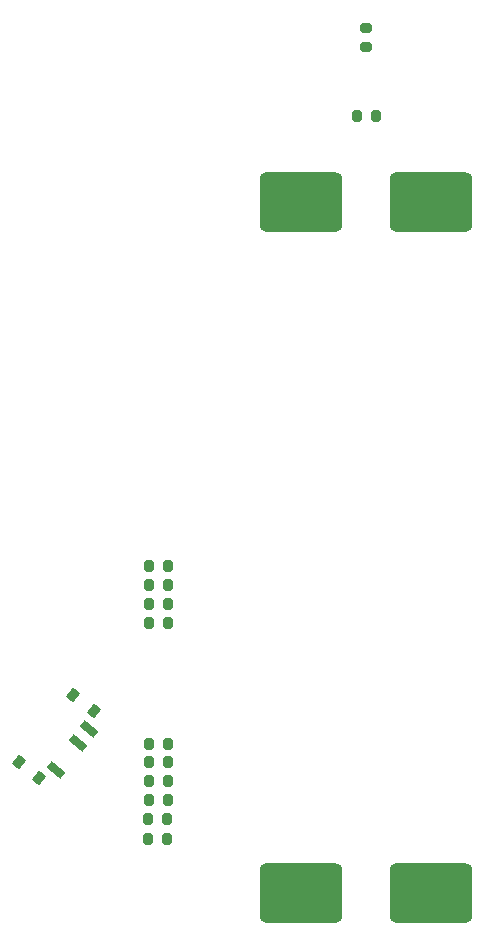
<source format=gbr>
%TF.GenerationSoftware,KiCad,Pcbnew,(6.0.7)*%
%TF.CreationDate,2022-08-02T13:51:54+02:00*%
%TF.ProjectId,LEDChristmasTree-2022,4c454443-6872-4697-9374-6d6173547265,rev?*%
%TF.SameCoordinates,Original*%
%TF.FileFunction,Paste,Bot*%
%TF.FilePolarity,Positive*%
%FSLAX46Y46*%
G04 Gerber Fmt 4.6, Leading zero omitted, Abs format (unit mm)*
G04 Created by KiCad (PCBNEW (6.0.7)) date 2022-08-02 13:51:54*
%MOMM*%
%LPD*%
G01*
G04 APERTURE LIST*
G04 Aperture macros list*
%AMRoundRect*
0 Rectangle with rounded corners*
0 $1 Rounding radius*
0 $2 $3 $4 $5 $6 $7 $8 $9 X,Y pos of 4 corners*
0 Add a 4 corners polygon primitive as box body*
4,1,4,$2,$3,$4,$5,$6,$7,$8,$9,$2,$3,0*
0 Add four circle primitives for the rounded corners*
1,1,$1+$1,$2,$3*
1,1,$1+$1,$4,$5*
1,1,$1+$1,$6,$7*
1,1,$1+$1,$8,$9*
0 Add four rect primitives between the rounded corners*
20,1,$1+$1,$2,$3,$4,$5,0*
20,1,$1+$1,$4,$5,$6,$7,0*
20,1,$1+$1,$6,$7,$8,$9,0*
20,1,$1+$1,$8,$9,$2,$3,0*%
%AMRotRect*
0 Rectangle, with rotation*
0 The origin of the aperture is its center*
0 $1 length*
0 $2 width*
0 $3 Rotation angle, in degrees counterclockwise*
0 Add horizontal line*
21,1,$1,$2,0,0,$3*%
G04 Aperture macros list end*
%ADD10RoundRect,0.200000X0.275000X-0.200000X0.275000X0.200000X-0.275000X0.200000X-0.275000X-0.200000X0*%
%ADD11RoundRect,0.500000X-3.000000X-2.000000X3.000000X-2.000000X3.000000X2.000000X-3.000000X2.000000X0*%
%ADD12RoundRect,0.200000X-0.200000X-0.275000X0.200000X-0.275000X0.200000X0.275000X-0.200000X0.275000X0*%
%ADD13RotRect,1.000000X0.800000X51.000000*%
%ADD14RotRect,0.700000X1.500000X51.000000*%
G04 APERTURE END LIST*
D10*
%TO.C,R11*%
X143600000Y-57625000D03*
X143600000Y-55975000D03*
%TD*%
D11*
%TO.C,BT1*%
X149100000Y-129250000D03*
X149100000Y-70750000D03*
X138100000Y-70750000D03*
X138100000Y-129250000D03*
%TD*%
D12*
%TO.C,R3*%
X125100000Y-123000000D03*
X126750000Y-123000000D03*
%TD*%
%TO.C,R12*%
X125175000Y-116600000D03*
X126825000Y-116600000D03*
%TD*%
%TO.C,R5*%
X125175000Y-121400000D03*
X126825000Y-121400000D03*
%TD*%
%TO.C,R7*%
X125175000Y-106400000D03*
X126825000Y-106400000D03*
%TD*%
%TO.C,R9*%
X125175000Y-101600000D03*
X126825000Y-101600000D03*
%TD*%
%TO.C,R2*%
X125075000Y-124700000D03*
X126725000Y-124700000D03*
%TD*%
%TO.C,R4*%
X125175000Y-104800000D03*
X126825000Y-104800000D03*
%TD*%
D13*
%TO.C,SW1*%
X114191662Y-118136655D03*
X118785701Y-112463489D03*
X115909154Y-119527453D03*
X120503193Y-113854287D03*
D14*
X117295348Y-118848507D03*
X119183309Y-116517069D03*
X120127290Y-115351350D03*
%TD*%
D12*
%TO.C,R1*%
X125175000Y-118200000D03*
X126825000Y-118200000D03*
%TD*%
%TO.C,R10*%
X142775000Y-63500000D03*
X144425000Y-63500000D03*
%TD*%
%TO.C,R8*%
X125175000Y-103200000D03*
X126825000Y-103200000D03*
%TD*%
%TO.C,R6*%
X125175000Y-119800000D03*
X126825000Y-119800000D03*
%TD*%
M02*

</source>
